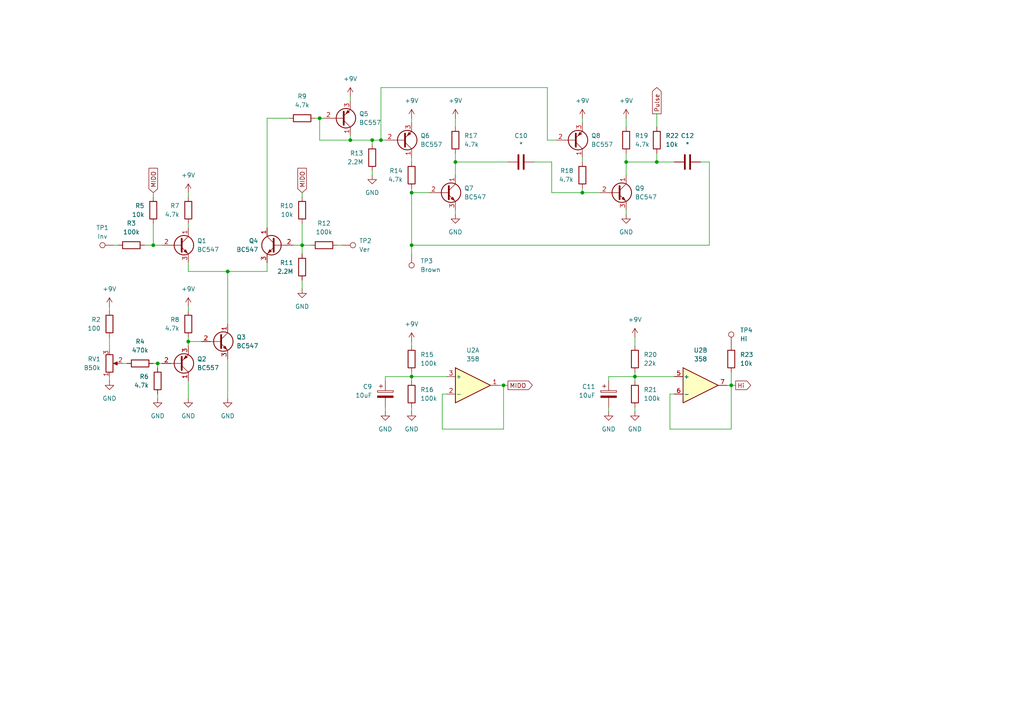
<source format=kicad_sch>
(kicad_sch (version 20250114) (generator "eeschema") (generator_version "9.0")
  (paper "A4")
  (lib_symbols
    (symbol "Amplifier_Operational:LM358" (pin_names (offset 0.127))
      (property "Reference" "U" (at 0 5.08 0))
      (property "Value" "LM358" (at 0 -5.08 0))
      (symbol "LM358_1_1"
        (polyline (pts (xy -5.08 5.08) (xy 5.08 0) (xy -5.08 -5.08) (xy -5.08 5.08)) (stroke (width 0.254)) (fill (type background)))
        (pin input line (at -7.62 2.54 0) (length 2.54) (name "+") (number "3"))
        (pin input line (at -7.62 -2.54 0) (length 2.54) (name "-") (number "2"))
        (pin output line (at 7.62 0 180) (length 2.54) (name "~") (number "1"))
      )
      (symbol "LM358_2_1"
        (polyline (pts (xy -5.08 5.08) (xy 5.08 0) (xy -5.08 -5.08) (xy -5.08 5.08)) (stroke (width 0.254)) (fill (type background)))
        (pin input line (at -7.62 2.54 0) (length 2.54) (name "+") (number "5"))
        (pin input line (at -7.62 -2.54 0) (length 2.54) (name "-") (number "6"))
        (pin output line (at 7.62 0 180) (length 2.54) (name "~") (number "7"))
      )
      (symbol "LM358_3_1"
        (pin power_in line (at -2.54 7.62 270) (length 3.81) (name "V+") (number "8"))
        (pin power_in line (at -2.54 -7.62 90) (length 3.81) (name "V-") (number "4"))
      )
    )
    (symbol "Connector:TestPoint" (pin_numbers (hide yes)) (pin_names (offset 0.762) (hide yes))
      (property "Reference" "TP" (at 0 6.858 0))
      (property "Value" "TestPoint" (at 0 5.08 0))
      (symbol "TestPoint_0_1"
        (circle (center 0 3.302) (radius 0.762))
      )
      (symbol "TestPoint_1_1"
        (pin passive line (at 0 0 90) (length 2.54) (name "1") (number "1"))
      )
    )
    (symbol "Device:C" (pin_numbers (hide yes)) (pin_names (offset 0.254))
      (property "Reference" "C" (at 0.635 2.54 0))
      (property "Value" "C" (at 0.635 -2.54 0))
      (symbol "C_0_1"
        (polyline (pts (xy -2.032 0.762) (xy 2.032 0.762)) (stroke (width 0.508)))
        (polyline (pts (xy -2.032 -0.762) (xy 2.032 -0.762)) (stroke (width 0.508)))
      )
      (symbol "C_1_1"
        (pin passive line (at 0 3.81 270) (length 2.794) (name "~") (number "1"))
        (pin passive line (at 0 -3.81 90) (length 2.794) (name "~") (number "2"))
      )
    )
    (symbol "Device:C_Polarized" (pin_numbers (hide yes)) (pin_names (offset 0.254))
      (property "Reference" "C" (at 0.635 2.54 0))
      (property "Value" "C_Polarized" (at 0.635 -2.54 0))
      (symbol "C_Polarized_0_1"
        (rectangle (start -2.286 0.508) (end 2.286 1.016))
        (polyline (pts (xy -1.778 2.286) (xy -0.762 2.286)))
        (polyline (pts (xy -1.27 2.794) (xy -1.27 1.778)))
        (rectangle (start 2.286 -0.508) (end -2.286 -1.016) (fill (type outline)))
      )
      (symbol "C_Polarized_1_1"
        (pin passive line (at 0 3.81 270) (length 2.794) (name "~") (number "1"))
        (pin passive line (at 0 -3.81 90) (length 2.794) (name "~") (number "2"))
      )
    )
    (symbol "Device:R" (pin_numbers (hide yes)) (pin_names (offset 0))
      (property "Reference" "R" (at 2.032 0 90))
      (property "Value" "R" (at 0 0 90))
      (symbol "R_0_1"
        (rectangle (start -1.016 -2.54) (end 1.016 2.54) (stroke (width 0.254)))
      )
      (symbol "R_1_1"
        (pin passive line (at 0 3.81 270) (length 1.27) (name "~") (number "1"))
        (pin passive line (at 0 -3.81 90) (length 1.27) (name "~") (number "2"))
      )
    )
    (symbol "Device:R_Potentiometer" (pin_names (offset 1.016) (hide yes))
      (property "Reference" "RV" (at -4.445 0 90))
      (property "Value" "R_Potentiometer" (at -2.54 0 90))
      (symbol "R_Potentiometer_0_1"
        (rectangle (start 1.016 2.54) (end -1.016 -2.54) (stroke (width 0.254)))
        (polyline (pts (xy 1.143 0) (xy 2.286 0.508) (xy 2.286 -0.508) (xy 1.143 0)) (fill (type outline)))
        (polyline (pts (xy 2.54 0) (xy 1.524 0)))
      )
      (symbol "R_Potentiometer_1_1"
        (pin passive line (at 0 3.81 270) (length 1.27) (name "1") (number "1"))
        (pin passive line (at 0 -3.81 90) (length 1.27) (name "3") (number "3"))
        (pin passive line (at 3.81 0 180) (length 1.27) (name "2") (number "2"))
      )
    )
    (symbol "Transistor_BJT:BC547" (pin_names (offset 0) (hide yes))
      (property "Reference" "Q" (at 5.08 1.905 0))
      (property "Value" "BC547" (at 5.08 0 0))
      (symbol "BC547_0_1"
        (polyline (pts (xy -2.54 0) (xy 0.635 0)))
        (polyline (pts (xy 0.635 1.905) (xy 0.635 -1.905)) (stroke (width 0.508)))
        (circle (center 1.27 0) (radius 2.8194) (stroke (width 0.254)))
      )
      (symbol "BC547_1_1"
        (polyline (pts (xy 0.635 0.635) (xy 2.54 2.54)))
        (polyline (pts (xy 0.635 -0.635) (xy 2.54 -2.54)))
        (polyline (pts (xy 1.27 -1.778) (xy 1.778 -1.27) (xy 2.286 -2.286) (xy 1.27 -1.778)) (fill (type outline)))
        (pin input line (at -5.08 0 0) (length 2.54) (name "B") (number "2"))
        (pin passive line (at 2.54 5.08 270) (length 2.54) (name "C") (number "1"))
        (pin passive line (at 2.54 -5.08 90) (length 2.54) (name "E") (number "3"))
      )
    )
    (symbol "Transistor_BJT:BC557" (pin_names (offset 0) (hide yes))
      (property "Reference" "Q" (at 5.08 1.905 0))
      (property "Value" "BC557" (at 5.08 0 0))
      (symbol "BC557_0_1"
        (polyline (pts (xy -2.54 0) (xy 0.635 0)))
        (polyline (pts (xy 0.635 1.905) (xy 0.635 -1.905)) (stroke (width 0.508)))
        (polyline (pts (xy 0.635 0.635) (xy 2.54 2.54)))
        (polyline (pts (xy 0.635 -0.635) (xy 2.54 -2.54)))
        (circle (center 1.27 0) (radius 2.8194) (stroke (width 0.254)))
        (polyline (pts (xy 2.286 -1.778) (xy 1.778 -2.286) (xy 1.27 -1.27) (xy 2.286 -1.778)) (fill (type outline)))
      )
      (symbol "BC557_1_1"
        (pin input line (at -5.08 0 0) (length 2.54) (name "B") (number "2"))
        (pin passive line (at 2.54 5.08 270) (length 2.54) (name "C") (number "1"))
        (pin passive line (at 2.54 -5.08 90) (length 2.54) (name "E") (number "3"))
      )
    )
    (symbol "power:+9V" (power) (pin_numbers (hide yes)) (pin_names (offset 0) (hide yes))
      (property "Value" "+9V" (at 0 3.556 0))
      (symbol "+9V_0_1"
        (polyline (pts (xy -0.762 1.27) (xy 0 2.54)))
        (polyline (pts (xy 0 2.54) (xy 0.762 1.27)))
        (polyline (pts (xy 0 0) (xy 0 2.54)))
      )
      (symbol "+9V_1_1"
        (pin power_in line (at 0 0 90) (length 0) (name "~") (number "1"))
      )
    )
    (symbol "power:GND" (power) (pin_numbers (hide yes)) (pin_names (offset 0) (hide yes))
      (property "Value" "GND" (at 0 -3.81 0))
      (symbol "GND_0_1"
        (polyline (pts (xy 0 0) (xy 0 -1.27) (xy 1.27 -1.27) (xy 0 -2.54) (xy -1.27 -1.27) (xy 0 -1.27)))
      )
      (symbol "GND_1_1"
        (pin power_in line (at 0 0 270) (length 0) (name "~") (number "1"))
      )
    )
  )
  (junction (at 44.45 71.12))
  (junction (at 119.38 71.12))
  (junction (at 146.05 111.76))
  (junction (at 181.61 46.99))
  (junction (at 168.91 55.88))
  (junction (at 54.61 99.06))
  (junction (at 110.49 40.64))
  (junction (at 190.5 46.99))
  (junction (at 119.38 55.88))
  (junction (at 184.15 109.22))
  (junction (at 212.09 111.76))
  (junction (at 45.72 105.41))
  (junction (at 92.71 34.29))
  (junction (at 119.38 109.22))
  (junction (at 107.95 40.64))
  (junction (at 101.6 40.64))
  (junction (at 66.04 78.74))
  (junction (at 87.63 71.12))
  (junction (at 132.08 46.99))
  (wire (pts (xy 195.58 109.22) (xy 184.15 109.22)))
  (wire (pts (xy 212.09 107.95) (xy 212.09 111.76)))
  (wire (pts (xy 41.91 71.12) (xy 44.45 71.12)))
  (wire (pts (xy 154.94 46.99) (xy 160.02 46.99)))
  (wire (pts (xy 54.61 88.9) (xy 54.61 90.17)))
  (wire (pts (xy 54.61 55.88) (xy 54.61 57.15)))
  (wire (pts (xy 119.38 55.88) (xy 124.46 55.88)))
  (wire (pts (xy 158.75 25.4) (xy 158.75 40.64)))
  (wire (pts (xy 146.05 111.76) (xy 147.32 111.76)))
  (wire (pts (xy 194.31 114.3) (xy 194.31 124.46)))
  (wire (pts (xy 146.05 124.46) (xy 146.05 111.76)))
  (wire (pts (xy 110.49 40.64) (xy 110.49 25.4)))
  (wire (pts (xy 132.08 44.45) (xy 132.08 46.99)))
  (wire (pts (xy 87.63 71.12) (xy 87.63 73.66)))
  (wire (pts (xy 132.08 34.29) (xy 132.08 36.83)))
  (wire (pts (xy 119.38 99.06) (xy 119.38 100.33)))
  (wire (pts (xy 173.99 55.88) (xy 168.91 55.88)))
  (wire (pts (xy 92.71 40.64) (xy 101.6 40.64)))
  (wire (pts (xy 119.38 45.72) (xy 119.38 46.99)))
  (wire (pts (xy 110.49 25.4) (xy 158.75 25.4)))
  (wire (pts (xy 54.61 78.74) (xy 66.04 78.74)))
  (wire (pts (xy 184.15 109.22) (xy 176.53 109.22)))
  (wire (pts (xy 168.91 45.72) (xy 168.91 46.99)))
  (wire (pts (xy 45.72 105.41) (xy 46.99 105.41)))
  (wire (pts (xy 119.38 109.22) (xy 129.54 109.22)))
  (wire (pts (xy 54.61 64.77) (xy 54.61 66.04)))
  (wire (pts (xy 111.76 109.22) (xy 111.76 110.49)))
  (wire (pts (xy 168.91 34.29) (xy 168.91 35.56)))
  (wire (pts (xy 190.5 46.99) (xy 195.58 46.99)))
  (wire (pts (xy 101.6 27.94) (xy 101.6 29.21)))
  (wire (pts (xy 107.95 40.64) (xy 107.95 41.91)))
  (wire (pts (xy 181.61 46.99) (xy 181.61 50.8)))
  (wire (pts (xy 119.38 71.12) (xy 119.38 73.66)))
  (wire (pts (xy 181.61 44.45) (xy 181.61 46.99)))
  (wire (pts (xy 160.02 46.99) (xy 160.02 55.88)))
  (wire (pts (xy 54.61 99.06) (xy 58.42 99.06)))
  (wire (pts (xy 44.45 105.41) (xy 45.72 105.41)))
  (wire (pts (xy 205.74 71.12) (xy 119.38 71.12)))
  (wire (pts (xy 184.15 109.22) (xy 184.15 107.95)))
  (wire (pts (xy 119.38 55.88) (xy 119.38 71.12)))
  (wire (pts (xy 35.56 105.41) (xy 36.83 105.41)))
  (wire (pts (xy 54.61 110.49) (xy 54.61 115.57)))
  (wire (pts (xy 190.5 33.02) (xy 190.5 36.83)))
  (wire (pts (xy 181.61 34.29) (xy 181.61 36.83)))
  (wire (pts (xy 101.6 40.64) (xy 107.95 40.64)))
  (wire (pts (xy 119.38 54.61) (xy 119.38 55.88)))
  (wire (pts (xy 91.44 34.29) (xy 92.71 34.29)))
  (wire (pts (xy 119.38 34.29) (xy 119.38 35.56)))
  (wire (pts (xy 176.53 109.22) (xy 176.53 110.49)))
  (wire (pts (xy 54.61 78.74) (xy 54.61 76.2)))
  (wire (pts (xy 203.2 46.99) (xy 205.74 46.99)))
  (wire (pts (xy 107.95 40.64) (xy 110.49 40.64)))
  (wire (pts (xy 97.79 71.12) (xy 99.06 71.12)))
  (wire (pts (xy 101.6 40.64) (xy 101.6 39.37)))
  (wire (pts (xy 205.74 46.99) (xy 205.74 71.12)))
  (wire (pts (xy 85.09 71.12) (xy 87.63 71.12)))
  (wire (pts (xy 66.04 78.74) (xy 66.04 93.98)))
  (wire (pts (xy 184.15 118.11) (xy 184.15 119.38)))
  (wire (pts (xy 212.09 111.76) (xy 210.82 111.76)))
  (wire (pts (xy 77.47 76.2) (xy 77.47 78.74)))
  (wire (pts (xy 44.45 55.88) (xy 44.45 57.15)))
  (wire (pts (xy 132.08 46.99) (xy 132.08 50.8)))
  (wire (pts (xy 66.04 78.74) (xy 77.47 78.74)))
  (wire (pts (xy 119.38 118.11) (xy 119.38 119.38)))
  (wire (pts (xy 87.63 71.12) (xy 90.17 71.12)))
  (wire (pts (xy 181.61 60.96) (xy 181.61 62.23)))
  (wire (pts (xy 77.47 34.29) (xy 83.82 34.29)))
  (wire (pts (xy 119.38 109.22) (xy 111.76 109.22)))
  (wire (pts (xy 87.63 81.28) (xy 87.63 83.82)))
  (wire (pts (xy 31.75 97.79) (xy 31.75 101.6)))
  (wire (pts (xy 110.49 40.64) (xy 111.76 40.64)))
  (wire (pts (xy 31.75 109.22) (xy 31.75 110.49)))
  (wire (pts (xy 132.08 60.96) (xy 132.08 62.23)))
  (wire (pts (xy 33.02 71.12) (xy 34.29 71.12)))
  (wire (pts (xy 181.61 46.99) (xy 190.5 46.99)))
  (wire (pts (xy 184.15 97.79) (xy 184.15 100.33)))
  (wire (pts (xy 194.31 124.46) (xy 212.09 124.46)))
  (wire (pts (xy 160.02 55.88) (xy 168.91 55.88)))
  (wire (pts (xy 176.53 118.11) (xy 176.53 119.38)))
  (wire (pts (xy 66.04 104.14) (xy 66.04 115.57)))
  (wire (pts (xy 31.75 88.9) (xy 31.75 90.17)))
  (wire (pts (xy 119.38 109.22) (xy 119.38 110.49)))
  (wire (pts (xy 132.08 46.99) (xy 147.32 46.99)))
  (wire (pts (xy 107.95 49.53) (xy 107.95 50.8)))
  (wire (pts (xy 44.45 64.77) (xy 44.45 71.12)))
  (wire (pts (xy 190.5 44.45) (xy 190.5 46.99)))
  (wire (pts (xy 92.71 34.29) (xy 92.71 40.64)))
  (wire (pts (xy 45.72 105.41) (xy 45.72 106.68)))
  (wire (pts (xy 184.15 109.22) (xy 184.15 110.49)))
  (wire (pts (xy 87.63 55.88) (xy 87.63 57.15)))
  (wire (pts (xy 128.27 124.46) (xy 146.05 124.46)))
  (wire (pts (xy 158.75 40.64) (xy 161.29 40.64)))
  (wire (pts (xy 144.78 111.76) (xy 146.05 111.76)))
  (wire (pts (xy 168.91 55.88) (xy 168.91 54.61)))
  (wire (pts (xy 54.61 97.79) (xy 54.61 99.06)))
  (wire (pts (xy 212.09 124.46) (xy 212.09 111.76)))
  (wire (pts (xy 77.47 66.04) (xy 77.47 34.29)))
  (wire (pts (xy 44.45 71.12) (xy 46.99 71.12)))
  (wire (pts (xy 119.38 107.95) (xy 119.38 109.22)))
  (wire (pts (xy 87.63 64.77) (xy 87.63 71.12)))
  (wire (pts (xy 54.61 99.06) (xy 54.61 100.33)))
  (wire (pts (xy 45.72 114.3) (xy 45.72 115.57)))
  (wire (pts (xy 129.54 114.3) (xy 128.27 114.3)))
  (wire (pts (xy 92.71 34.29) (xy 93.98 34.29)))
  (wire (pts (xy 111.76 118.11) (xy 111.76 119.38)))
  (wire (pts (xy 128.27 114.3) (xy 128.27 124.46)))
  (wire (pts (xy 212.09 111.76) (xy 213.36 111.76)))
  (wire (pts (xy 195.58 114.3) (xy 194.31 114.3)))
  (global_label "MIDO" (shape input) (at 44.45 55.88 90) (property "Intersheetrefs" "${INTERSHEET_REFS}" (effects (hide yes))))
  (global_label "MIDO" (shape input) (at 87.63 55.88 90) (property "Intersheetrefs" "${INTERSHEET_REFS}" (effects (hide yes))))
  (global_label "MIDO" (shape output) (at 147.32 111.76 0) (property "Intersheetrefs" "${INTERSHEET_REFS}" (effects (hide yes))))
  (global_label "Hi" (shape output) (at 213.36 111.76 0) (property "Intersheetrefs" "${INTERSHEET_REFS}" (effects (hide yes))))
  (global_label "Pulse" (shape output) (at 190.5 33.02 90) (property "Intersheetrefs" "${INTERSHEET_REFS}" (effects (hide yes))))
  (symbol (lib_id "Device:R") (at 107.95 45.72 0) (mirror x) (unit 1)
    (property "Reference" "R13" (at 105.41 44.4499 0) (effects (justify right)))
    (property "Value" "2.2M" (at 105.41 46.9899 0) (effects (justify right)))
    (property "Footprint" "diy-nabra:r3" (effects (hide yes)))
    (property "Description" "Resistor" (effects (hide yes)))
  )
  (symbol (lib_id "Device:R") (at 87.63 34.29 90) (unit 1)
    (property "Reference" "R9" (at 87.63 27.94 90))
    (property "Value" "4.7k" (at 87.63 30.48 90))
    (property "Footprint" "diy-nabra:r3" (effects (hide yes)))
    (property "Description" "Resistor" (effects (hide yes)))
  )
  (symbol (lib_id "Transistor_BJT:BC547") (at 179.07 55.88 0) (unit 1)
    (property "Reference" "Q9" (at 184.15 54.6099 0) (effects (justify left)))
    (property "Value" "BC547" (at 184.15 57.1499 0) (effects (justify left)))
    (property "Footprint" "diy-nabra:qnpn" (effects (hide yes)))
  )
  (symbol (lib_id "Transistor_BJT:BC547") (at 63.5 99.06 0) (unit 1)
    (property "Reference" "Q3" (at 68.58 97.7899 0) (effects (justify left)))
    (property "Value" "BC547" (at 68.58 100.3299 0) (effects (justify left)))
    (property "Footprint" "diy-nabra:qnpn" (effects (hide yes)))
  )
  (symbol (lib_id "power:+9V") (at 54.61 88.9 0) (unit 1)
    (property "Reference" "#PWR027" (effects (hide yes)))
    (property "Value" "+9V" (at 54.61 83.82 0))
    (property "Description" "Power symbol creates a global label with name \"+9V\"" (effects (hide yes)))
  )
  (symbol (lib_id "Device:R") (at 132.08 40.64 180) (unit 1)
    (property "Reference" "R17" (at 134.62 39.3699 0) (effects (justify right)))
    (property "Value" "4.7k" (at 134.62 41.9099 0) (effects (justify right)))
    (property "Footprint" "diy-nabra:r3" (effects (hide yes)))
    (property "Description" "Resistor" (effects (hide yes)))
  )
  (symbol (lib_id "power:GND") (at 132.08 62.23 0) (unit 1)
    (property "Reference" "#PWR038" (effects (hide yes)))
    (property "Value" "GND" (at 132.08 67.31 0))
    (property "Description" "Power symbol creates a global label with name \"GND\" , ground" (effects (hide yes)))
  )
  (symbol (lib_id "Amplifier_Operational:LM358") (at 137.16 111.76 0) (unit 1)
    (property "Reference" "U2" (at 137.16 101.6 0))
    (property "Value" "358" (at 137.16 104.14 0))
    (property "Footprint" "diy-nabra:dip8" (effects (hide yes)))
    (property "Datasheet" "http://www.ti.com/lit/ds/symlink/lm2904-n.pdf" (effects (hide yes)))
    (property "Description" "Low-Power, Dual Operational Amplifiers, DIP-8/SOIC-8/TO-99-8" (effects (hide yes)))
  )
  (symbol (lib_id "power:+9V") (at 184.15 97.79 0) (unit 1)
    (property "Reference" "#PWR043" (effects (hide yes)))
    (property "Value" "+9V" (at 184.15 92.71 0))
    (property "Description" "Power symbol creates a global label with name \"+9V\"" (effects (hide yes)))
  )
  (symbol (lib_id "Device:C_Polarized") (at 111.76 114.3 0) (unit 1)
    (property "Reference" "C9" (at 107.95 112.1409 0) (effects (justify right)))
    (property "Value" "10uF" (at 107.95 114.6809 0) (effects (justify right)))
    (property "Footprint" "diy-nabra:cel1" (effects (hide yes)))
    (property "Description" "Polarized capacitor" (effects (hide yes)))
  )
  (symbol (lib_id "power:+9V") (at 181.61 34.29 0) (unit 1)
    (property "Reference" "#PWR041" (effects (hide yes)))
    (property "Value" "+9V" (at 181.61 29.21 0))
    (property "Description" "Power symbol creates a global label with name \"+9V\"" (effects (hide yes)))
  )
  (symbol (lib_id "Device:R") (at 119.38 114.3 180) (unit 1)
    (property "Reference" "R16" (at 121.92 113.0299 0) (effects (justify right)))
    (property "Value" "100k" (at 121.92 115.5699 0) (effects (justify right)))
    (property "Footprint" "diy-nabra:r3" (effects (hide yes)))
    (property "Description" "Resistor" (effects (hide yes)))
  )
  (symbol (lib_id "power:+9V") (at 168.91 34.29 0) (unit 1)
    (property "Reference" "#PWR039" (effects (hide yes)))
    (property "Value" "+9V" (at 168.91 29.21 0))
    (property "Description" "Power symbol creates a global label with name \"+9V\"" (effects (hide yes)))
  )
  (symbol (lib_id "Connector:TestPoint") (at 119.38 73.66 180) (unit 1)
    (property "Reference" "TP3" (at 121.92 75.6919 0) (effects (justify right)))
    (property "Value" "Brown" (at 121.92 78.2319 0) (effects (justify right)))
    (property "Footprint" "diy-nabra:wsquin" (effects (hide yes)))
    (property "Description" "test point" (effects (hide yes)))
  )
  (symbol (lib_id "Device:R") (at 31.75 93.98 0) (mirror x) (unit 1)
    (property "Reference" "R2" (at 29.21 92.7099 0) (effects (justify right)))
    (property "Value" "100" (at 29.21 95.2499 0) (effects (justify right)))
    (property "Footprint" "diy-nabra:r3" (effects (hide yes)))
    (property "Description" "Resistor" (effects (hide yes)))
  )
  (symbol (lib_id "Device:C") (at 151.13 46.99 90) (unit 1)
    (property "Reference" "C10" (at 151.13 39.37 90))
    (property "Value" "*" (at 151.13 41.91 90))
    (property "Footprint" "diy-nabra:chairy" (effects (hide yes)))
    (property "Description" "Unpolarized capacitor" (effects (hide yes)))
  )
  (symbol (lib_id "Device:R") (at 184.15 104.14 180) (unit 1)
    (property "Reference" "R20" (at 186.69 102.8699 0) (effects (justify right)))
    (property "Value" "22k" (at 186.69 105.4099 0) (effects (justify right)))
    (property "Footprint" "diy-nabra:r3" (effects (hide yes)))
    (property "Description" "Resistor" (effects (hide yes)))
  )
  (symbol (lib_id "Device:R") (at 119.38 50.8 0) (mirror x) (unit 1)
    (property "Reference" "R14" (at 116.84 49.5299 0) (effects (justify right)))
    (property "Value" "4.7k" (at 116.84 52.0699 0) (effects (justify right)))
    (property "Footprint" "diy-nabra:r3" (effects (hide yes)))
    (property "Description" "Resistor" (effects (hide yes)))
  )
  (symbol (lib_id "power:GND") (at 181.61 62.23 0) (unit 1)
    (property "Reference" "#PWR042" (effects (hide yes)))
    (property "Value" "GND" (at 181.61 67.31 0))
    (property "Description" "Power symbol creates a global label with name \"GND\" , ground" (effects (hide yes)))
  )
  (symbol (lib_id "Transistor_BJT:BC547") (at 129.54 55.88 0) (unit 1)
    (property "Reference" "Q7" (at 134.62 54.6099 0) (effects (justify left)))
    (property "Value" "BC547" (at 134.62 57.1499 0) (effects (justify left)))
    (property "Footprint" "diy-nabra:qnpn" (effects (hide yes)))
  )
  (symbol (lib_id "power:+9V") (at 101.6 27.94 0) (unit 1)
    (property "Reference" "#PWR031" (effects (hide yes)))
    (property "Value" "+9V" (at 101.6 22.86 0))
    (property "Description" "Power symbol creates a global label with name \"+9V\"" (effects (hide yes)))
  )
  (symbol (lib_id "Device:R") (at 45.72 110.49 0) (mirror x) (unit 1)
    (property "Reference" "R6" (at 43.18 109.2199 0) (effects (justify right)))
    (property "Value" "4.7k" (at 43.18 111.7599 0) (effects (justify right)))
    (property "Footprint" "diy-nabra:r3" (effects (hide yes)))
    (property "Description" "Resistor" (effects (hide yes)))
  )
  (symbol (lib_id "Device:C_Polarized") (at 176.53 114.3 0) (unit 1)
    (property "Reference" "C11" (at 172.72 112.1409 0) (effects (justify right)))
    (property "Value" "10uF" (at 172.72 114.6809 0) (effects (justify right)))
    (property "Footprint" "diy-nabra:cel1" (effects (hide yes)))
    (property "Description" "Polarized capacitor" (effects (hide yes)))
  )
  (symbol (lib_id "Device:R") (at 44.45 60.96 0) (mirror x) (unit 1)
    (property "Reference" "R5" (at 41.91 59.6899 0) (effects (justify right)))
    (property "Value" "10k" (at 41.91 62.2299 0) (effects (justify right)))
    (property "Footprint" "diy-nabra:r3" (effects (hide yes)))
    (property "Description" "Resistor" (effects (hide yes)))
  )
  (symbol (lib_id "Device:R") (at 168.91 50.8 0) (mirror x) (unit 1)
    (property "Reference" "R18" (at 166.37 49.5299 0) (effects (justify right)))
    (property "Value" "4.7k" (at 166.37 52.0699 0) (effects (justify right)))
    (property "Footprint" "diy-nabra:r3" (effects (hide yes)))
    (property "Description" "Resistor" (effects (hide yes)))
  )
  (symbol (lib_id "Device:C") (at 199.39 46.99 90) (unit 1)
    (property "Reference" "C12" (at 199.39 39.37 90))
    (property "Value" "*" (at 199.39 41.91 90))
    (property "Footprint" "diy-nabra:chairy" (effects (hide yes)))
    (property "Description" "Unpolarized capacitor" (effects (hide yes)))
  )
  (symbol (lib_id "Transistor_BJT:BC547") (at 80.01 71.12 0) (mirror y) (unit 1)
    (property "Reference" "Q4" (at 74.93 69.8499 0) (effects (justify left)))
    (property "Value" "BC547" (at 74.93 72.3899 0) (effects (justify left)))
    (property "Footprint" "diy-nabra:qnpn" (effects (hide yes)))
  )
  (symbol (lib_id "Device:R") (at 190.5 40.64 180) (unit 1)
    (property "Reference" "R22" (at 193.04 39.3699 0) (effects (justify right)))
    (property "Value" "10k" (at 193.04 41.9099 0) (effects (justify right)))
    (property "Footprint" "diy-nabra:r3" (effects (hide yes)))
    (property "Description" "Resistor" (effects (hide yes)))
  )
  (symbol (lib_id "Device:R") (at 54.61 93.98 0) (mirror x) (unit 1)
    (property "Reference" "R8" (at 52.07 92.7099 0) (effects (justify right)))
    (property "Value" "4.7k" (at 52.07 95.2499 0) (effects (justify right)))
    (property "Footprint" "diy-nabra:r3" (effects (hide yes)))
    (property "Description" "Resistor" (effects (hide yes)))
  )
  (symbol (lib_id "power:+9V") (at 119.38 34.29 0) (unit 1)
    (property "Reference" "#PWR034" (effects (hide yes)))
    (property "Value" "+9V" (at 119.38 29.21 0))
    (property "Description" "Power symbol creates a global label with name \"+9V\"" (effects (hide yes)))
  )
  (symbol (lib_id "Connector:TestPoint") (at 99.06 71.12 270) (unit 1)
    (property "Reference" "TP2" (at 104.14 69.8499 90) (effects (justify left)))
    (property "Value" "Ver" (at 104.14 72.3899 90) (effects (justify left)))
    (property "Footprint" "diy-nabra:wtrin" (effects (hide yes)))
    (property "Description" "test point" (effects (hide yes)))
  )
  (symbol (lib_id "power:GND") (at 66.04 115.57 0) (unit 1)
    (property "Reference" "#PWR029" (effects (hide yes)))
    (property "Value" "GND" (at 66.04 120.65 0))
    (property "Description" "Power symbol creates a global label with name \"GND\" , ground" (effects (hide yes)))
  )
  (symbol (lib_id "Device:R") (at 212.09 104.14 0) (unit 1)
    (property "Reference" "R23" (at 214.63 102.8699 0) (effects (justify left)))
    (property "Value" "10k" (at 214.63 105.4099 0) (effects (justify left)))
    (property "Footprint" "diy-nabra:r3" (effects (hide yes)))
    (property "Description" "Resistor" (effects (hide yes)))
  )
  (symbol (lib_id "Device:R") (at 93.98 71.12 90) (unit 1)
    (property "Reference" "R12" (at 93.98 64.77 90))
    (property "Value" "100k" (at 93.98 67.31 90))
    (property "Footprint" "diy-nabra:r3" (effects (hide yes)))
    (property "Description" "Resistor" (effects (hide yes)))
  )
  (symbol (lib_id "Amplifier_Operational:LM358") (at 203.2 111.76 0) (unit 2)
    (property "Reference" "U2" (at 203.2 101.6 0))
    (property "Value" "358" (at 203.2 104.14 0))
    (property "Footprint" "diy-nabra:dip8" (effects (hide yes)))
    (property "Datasheet" "http://www.ti.com/lit/ds/symlink/lm2904-n.pdf" (effects (hide yes)))
    (property "Description" "Low-Power, Dual Operational Amplifiers, DIP-8/SOIC-8/TO-99-8" (effects (hide yes)))
  )
  (symbol (lib_id "power:GND") (at 184.15 119.38 0) (unit 1)
    (property "Reference" "#PWR044" (effects (hide yes)))
    (property "Value" "GND" (at 184.15 124.46 0))
    (property "Description" "Power symbol creates a global label with name \"GND\" , ground" (effects (hide yes)))
  )
  (symbol (lib_id "Transistor_BJT:BC557") (at 99.06 34.29 0) (mirror x) (unit 1)
    (property "Reference" "Q5" (at 104.14 33.0199 0) (effects (justify left)))
    (property "Value" "BC557" (at 104.14 35.5599 0) (effects (justify left)))
    (property "Footprint" "diy-nabra:qpnp" (effects (hide yes)))
  )
  (symbol (lib_id "power:GND") (at 31.75 110.49 0) (unit 1)
    (property "Reference" "#PWR024" (effects (hide yes)))
    (property "Value" "GND" (at 31.75 115.57 0))
    (property "Description" "Power symbol creates a global label with name \"GND\" , ground" (effects (hide yes)))
  )
  (symbol (lib_id "power:GND") (at 119.38 119.38 0) (unit 1)
    (property "Reference" "#PWR036" (effects (hide yes)))
    (property "Value" "GND" (at 119.38 124.46 0))
    (property "Description" "Power symbol creates a global label with name \"GND\" , ground" (effects (hide yes)))
  )
  (symbol (lib_id "power:GND") (at 45.72 115.57 0) (unit 1)
    (property "Reference" "#PWR025" (effects (hide yes)))
    (property "Value" "GND" (at 45.72 120.65 0))
    (property "Description" "Power symbol creates a global label with name \"GND\" , ground" (effects (hide yes)))
  )
  (symbol (lib_id "Device:R") (at 40.64 105.41 90) (unit 1)
    (property "Reference" "R4" (at 40.64 99.06 90))
    (property "Value" "470k" (at 40.64 101.6 90))
    (property "Footprint" "diy-nabra:r3" (effects (hide yes)))
    (property "Description" "Resistor" (effects (hide yes)))
  )
  (symbol (lib_id "power:+9V") (at 54.61 55.88 0) (unit 1)
    (property "Reference" "#PWR026" (effects (hide yes)))
    (property "Value" "+9V" (at 54.61 50.8 0))
    (property "Description" "Power symbol creates a global label with name \"+9V\"" (effects (hide yes)))
  )
  (symbol (lib_id "Transistor_BJT:BC557") (at 52.07 105.41 0) (mirror x) (unit 1)
    (property "Reference" "Q2" (at 57.15 104.1399 0) (effects (justify left)))
    (property "Value" "BC557" (at 57.15 106.6799 0) (effects (justify left)))
    (property "Footprint" "diy-nabra:qpnp" (effects (hide yes)))
  )
  (symbol (lib_id "Device:R") (at 87.63 60.96 0) (mirror x) (unit 1)
    (property "Reference" "R10" (at 85.09 59.6899 0) (effects (justify right)))
    (property "Value" "10k" (at 85.09 62.2299 0) (effects (justify right)))
    (property "Footprint" "diy-nabra:r3" (effects (hide yes)))
    (property "Description" "Resistor" (effects (hide yes)))
  )
  (symbol (lib_id "power:GND") (at 176.53 119.38 0) (unit 1)
    (property "Reference" "#PWR040" (effects (hide yes)))
    (property "Value" "GND" (at 176.53 124.46 0))
    (property "Description" "Power symbol creates a global label with name \"GND\" , ground" (effects (hide yes)))
  )
  (symbol (lib_id "Device:R") (at 119.38 104.14 180) (unit 1)
    (property "Reference" "R15" (at 121.92 102.8699 0) (effects (justify right)))
    (property "Value" "100k" (at 121.92 105.4099 0) (effects (justify right)))
    (property "Footprint" "diy-nabra:r3" (effects (hide yes)))
    (property "Description" "Resistor" (effects (hide yes)))
  )
  (symbol (lib_id "power:GND") (at 111.76 119.38 0) (unit 1)
    (property "Reference" "#PWR033" (effects (hide yes)))
    (property "Value" "GND" (at 111.76 124.46 0))
    (property "Description" "Power symbol creates a global label with name \"GND\" , ground" (effects (hide yes)))
  )
  (symbol (lib_id "Connector:TestPoint") (at 33.02 71.12 90) (unit 1)
    (property "Reference" "TP1" (at 29.718 66.04 90))
    (property "Value" "Inv" (at 29.718 68.58 90))
    (property "Footprint" "diy-nabra:wtrin2" (effects (hide yes)))
    (property "Description" "test point" (effects (hide yes)))
  )
  (symbol (lib_id "Connector:TestPoint") (at 212.09 100.33 0) (unit 1)
    (property "Reference" "TP4" (at 214.63 95.7579 0) (effects (justify left)))
    (property "Value" "Hi" (at 214.63 98.2979 0) (effects (justify left)))
    (property "Footprint" "diy-nabra:wvout" (effects (hide yes)))
    (property "Description" "test point" (effects (hide yes)))
  )
  (symbol (lib_id "power:+9V") (at 132.08 34.29 0) (unit 1)
    (property "Reference" "#PWR037" (effects (hide yes)))
    (property "Value" "+9V" (at 132.08 29.21 0))
    (property "Description" "Power symbol creates a global label with name \"+9V\"" (effects (hide yes)))
  )
  (symbol (lib_id "Device:R_Potentiometer") (at 31.75 105.41 0) (mirror x) (unit 1)
    (property "Reference" "RV1" (at 29.21 104.1399 0) (effects (justify right)))
    (property "Value" "B50k" (at 29.21 106.6799 0) (effects (justify right)))
    (property "Footprint" "diy-nabra:wnob" (effects (hide yes)))
    (property "Description" "Potentiometer" (effects (hide yes)))
  )
  (symbol (lib_id "Device:R") (at 54.61 60.96 0) (mirror x) (unit 1)
    (property "Reference" "R7" (at 52.07 59.6899 0) (effects (justify right)))
    (property "Value" "4.7k" (at 52.07 62.2299 0) (effects (justify right)))
    (property "Footprint" "diy-nabra:r3" (effects (hide yes)))
    (property "Description" "Resistor" (effects (hide yes)))
  )
  (symbol (lib_id "power:GND") (at 54.61 115.57 0) (unit 1)
    (property "Reference" "#PWR028" (effects (hide yes)))
    (property "Value" "GND" (at 54.61 120.65 0))
    (property "Description" "Power symbol creates a global label with name \"GND\" , ground" (effects (hide yes)))
  )
  (symbol (lib_id "power:+9V") (at 119.38 99.06 0) (unit 1)
    (property "Reference" "#PWR035" (effects (hide yes)))
    (property "Value" "+9V" (at 119.38 93.98 0))
    (property "Description" "Power symbol creates a global label with name \"+9V\"" (effects (hide yes)))
  )
  (symbol (lib_id "Transistor_BJT:BC547") (at 52.07 71.12 0) (unit 1)
    (property "Reference" "Q1" (at 57.15 69.8499 0) (effects (justify left)))
    (property "Value" "BC547" (at 57.15 72.3899 0) (effects (justify left)))
    (property "Footprint" "diy-nabra:qnpn" (effects (hide yes)))
  )
  (symbol (lib_id "power:GND") (at 87.63 83.82 0) (unit 1)
    (property "Reference" "#PWR030" (effects (hide yes)))
    (property "Value" "GND" (at 87.63 88.9 0))
    (property "Description" "Power symbol creates a global label with name \"GND\" , ground" (effects (hide yes)))
  )
  (symbol (lib_id "Transistor_BJT:BC557") (at 166.37 40.64 0) (mirror x) (unit 1)
    (property "Reference" "Q8" (at 171.45 39.3699 0) (effects (justify left)))
    (property "Value" "BC557" (at 171.45 41.9099 0) (effects (justify left)))
    (property "Footprint" "diy-nabra:qpnp" (effects (hide yes)))
  )
  (symbol (lib_id "Device:R") (at 38.1 71.12 90) (unit 1)
    (property "Reference" "R3" (at 38.1 64.77 90))
    (property "Value" "100k" (at 38.1 67.31 90))
    (property "Footprint" "diy-nabra:r3" (effects (hide yes)))
    (property "Description" "Resistor" (effects (hide yes)))
  )
  (symbol (lib_id "Device:R") (at 181.61 40.64 180) (unit 1)
    (property "Reference" "R19" (at 184.15 39.3699 0) (effects (justify right)))
    (property "Value" "4.7k" (at 184.15 41.9099 0) (effects (justify right)))
    (property "Footprint" "diy-nabra:r3" (effects (hide yes)))
    (property "Description" "Resistor" (effects (hide yes)))
  )
  (symbol (lib_id "power:GND") (at 107.95 50.8 0) (unit 1)
    (property "Reference" "#PWR032" (effects (hide yes)))
    (property "Value" "GND" (at 107.95 55.88 0))
    (property "Description" "Power symbol creates a global label with name \"GND\" , ground" (effects (hide yes)))
  )
  (symbol (lib_id "power:+9V") (at 31.75 88.9 0) (unit 1)
    (property "Reference" "#PWR023" (effects (hide yes)))
    (property "Value" "+9V" (at 31.75 83.82 0))
    (property "Description" "Power symbol creates a global label with name \"+9V\"" (effects (hide yes)))
  )
  (symbol (lib_id "Device:R") (at 87.63 77.47 0) (mirror x) (unit 1)
    (property "Reference" "R11" (at 85.09 76.1999 0) (effects (justify right)))
    (property "Value" "2.2M" (at 85.09 78.7399 0) (effects (justify right)))
    (property "Footprint" "diy-nabra:r3" (effects (hide yes)))
    (property "Description" "Resistor" (effects (hide yes)))
  )
  (symbol (lib_id "Transistor_BJT:BC557") (at 116.84 40.64 0) (mirror x) (unit 1)
    (property "Reference" "Q6" (at 121.92 39.3699 0) (effects (justify left)))
    (property "Value" "BC557" (at 121.92 41.9099 0) (effects (justify left)))
    (property "Footprint" "diy-nabra:qpnp" (effects (hide yes)))
  )
  (symbol (lib_id "Device:R") (at 184.15 114.3 180) (unit 1)
    (property "Reference" "R21" (at 186.69 113.0299 0) (effects (justify right)))
    (property "Value" "100k" (at 186.69 115.5699 0) (effects (justify right)))
    (property "Footprint" "diy-nabra:r3" (effects (hide yes)))
    (property "Description" "Resistor" (effects (hide yes)))
  )
)
</source>
